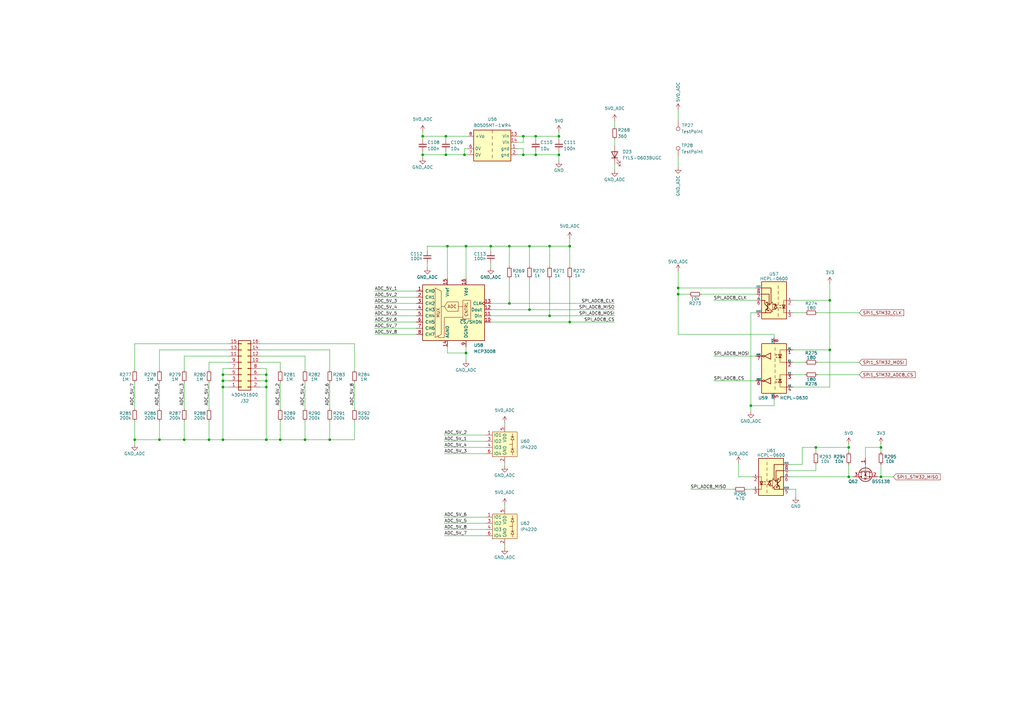
<source format=kicad_sch>
(kicad_sch (version 20231120) (generator "eeschema") (generator_version "8.0")
  (paper "A3")
  (lib_symbols
    (symbol "Analog_ADC:MCP3008" (pin_names (offset 1.016))
      (property "Reference" "U" (at -5.08 13.335 0))
      (property "Value" "MCP3008" (at -5.08 11.43 0))
      (symbol "MCP3008_0_0"
        (text "ADC" (at -0.635 1.27 0) (effects (font (size 1.27 1.27))))
        (text "CNTRL" (at 5.969 -2.921 900) (effects (font (size 1.27 1.27)) (justify left bottom)))
        (text "MUX" (at -6.35 -1.27 900) (effects (font (size 1.27 1.27))))
      )
      (symbol "MCP3008_1_1"
        (pin input line (at -15.24 7.62 0) (length 2.54) (name "CH0") (number "1"))
        (pin input line (at 15.24 -5.08 180) (length 2.54) (name "~{CS}/SHDN") (number "10"))
        (pin input line (at 15.24 -2.54 180) (length 2.54) (name "Din") (number "11"))
        (pin output line (at 15.24 0 180) (length 2.54) (name "Dout") (number "12"))
        (pin input clock (at 15.24 2.54 180) (length 2.54) (name "CLK") (number "13"))
        (pin power_in line (at -2.54 -15.24 90) (length 2.54) (name "AGND") (number "14"))
        (pin power_in line (at -2.54 12.7 270) (length 2.54) (name "Vref") (number "15"))
        (pin power_in line (at 5.08 12.7 270) (length 2.54) (name "Vdd") (number "16"))
        (pin input line (at -15.24 5.08 0) (length 2.54) (name "CH1") (number "2"))
        (pin input line (at -15.24 2.54 0) (length 2.54) (name "CH2") (number "3"))
        (pin input line (at -15.24 0 0) (length 2.54) (name "CH3") (number "4"))
        (pin input line (at -15.24 -2.54 0) (length 2.54) (name "CH4") (number "5"))
        (pin input line (at -15.24 -5.08 0) (length 2.54) (name "CH5") (number "6"))
        (pin input line (at -15.24 -7.62 0) (length 2.54) (name "CH6") (number "7"))
        (pin input line (at -15.24 -10.16 0) (length 2.54) (name "CH7") (number "8"))
        (pin power_in line (at 5.08 -15.24 90) (length 2.54) (name "DGND") (number "9"))
      )
    )
    (symbol "Connector:TestPoint" (pin_numbers hide) (pin_names (offset 0.762) hide)
      (property "Reference" "TP" (at 0 6.858 0))
      (property "Value" "TestPoint" (at 0 5.08 0))
      (symbol "TestPoint_1_1"
        (pin passive line (at 0 0 90) (length 2.54) (name "1") (number "1"))
      )
    )
    (symbol "Connector_Generic:Conn_02x08_Odd_Even" (pin_names (offset 1.016) hide)
      (property "Reference" "J" (at 1.27 10.16 0))
      (property "Value" "Conn_02x08_Odd_Even" (at 1.27 -12.7 0))
      (symbol "Conn_02x08_Odd_Even_1_1"
        (pin passive line (at -5.08 7.62 0) (length 3.81) (name "Pin_1") (number "1"))
        (pin passive line (at 7.62 -2.54 180) (length 3.81) (name "Pin_10") (number "10"))
        (pin passive line (at -5.08 -5.08 0) (length 3.81) (name "Pin_11") (number "11"))
        (pin passive line (at 7.62 -5.08 180) (length 3.81) (name "Pin_12") (number "12"))
        (pin passive line (at -5.08 -7.62 0) (length 3.81) (name "Pin_13") (number "13"))
        (pin passive line (at 7.62 -7.62 180) (length 3.81) (name "Pin_14") (number "14"))
        (pin passive line (at -5.08 -10.16 0) (length 3.81) (name "Pin_15") (number "15"))
        (pin passive line (at 7.62 -10.16 180) (length 3.81) (name "Pin_16") (number "16"))
        (pin passive line (at 7.62 7.62 180) (length 3.81) (name "Pin_2") (number "2"))
        (pin passive line (at -5.08 5.08 0) (length 3.81) (name "Pin_3") (number "3"))
        (pin passive line (at 7.62 5.08 180) (length 3.81) (name "Pin_4") (number "4"))
        (pin passive line (at -5.08 2.54 0) (length 3.81) (name "Pin_5") (number "5"))
        (pin passive line (at 7.62 2.54 180) (length 3.81) (name "Pin_6") (number "6"))
        (pin passive line (at -5.08 0 0) (length 3.81) (name "Pin_7") (number "7"))
        (pin passive line (at 7.62 0 180) (length 3.81) (name "Pin_8") (number "8"))
        (pin passive line (at -5.08 -2.54 0) (length 3.81) (name "Pin_9") (number "9"))
      )
    )
    (symbol "Device:C_Small" (pin_numbers hide) (pin_names (offset 0.254) hide)
      (property "Reference" "C" (at 0.254 1.778 0))
      (property "Value" "C_Small" (at 0.254 -2.032 0))
      (symbol "C_Small_1_1"
        (pin passive line (at 0 2.54 270) (length 2.032) (name "~") (number "1"))
        (pin passive line (at 0 -2.54 90) (length 2.032) (name "~") (number "2"))
      )
    )
    (symbol "Device:LED" (pin_numbers hide) (pin_names (offset 1.016) hide)
      (property "Reference" "D" (at 0 2.54 0))
      (property "Value" "LED" (at 0 -2.54 0))
      (symbol "LED_1_1"
        (pin passive line (at -3.81 0 0) (length 2.54) (name "K") (number "1"))
        (pin passive line (at 3.81 0 180) (length 2.54) (name "A") (number "2"))
      )
    )
    (symbol "Device:R_Small" (pin_numbers hide) (pin_names (offset 0.254) hide)
      (property "Reference" "R" (at 0.762 0.508 0))
      (property "Value" "R_Small" (at 0.762 -1.016 0))
      (symbol "R_Small_1_1"
        (pin passive line (at 0 2.54 270) (length 0.762) (name "~") (number "1"))
        (pin passive line (at 0 -2.54 90) (length 0.762) (name "~") (number "2"))
      )
    )
    (symbol "GND_1" (power) (pin_numbers hide) (pin_names (offset 0) hide)
      (property "Value" "GND" (at 0 -3.81 0))
      (symbol "GND_1_1_1"
        (pin power_in line (at 0 0 270) (length 0) (name "~") (number "1"))
      )
    )
    (symbol "ISO1050DUB_1"
      (property "Reference" "U4" (at 0 9.525 0))
      (property "Value" "ISO1050DUB" (at 0 6.985 0))
      (symbol "ISO1050DUB_1_1_1"
        (pin input line (at -10.16 -2.54 0) (length 2.54) (name "gnd") (number "1"))
        (pin power_in line (at -10.16 2.54 0) (length 2.54) (name "Vin") (number "13"))
        (pin output line (at -10.16 0 0) (length 2.54) (name "Vin") (number "14"))
        (pin power_in line (at -10.16 -5.08 0) (length 2.54) (name "gnd") (number "2"))
        (pin power_in line (at 10.16 -2.54 180) (length 2.54) (name "0V") (number "6"))
        (pin power_in line (at 10.16 -5.08 180) (length 2.54) (name "0V") (number "7"))
        (pin bidirectional line (at 10.16 2.54 180) (length 2.54) (name "+Vo") (number "8"))
      )
    )
    (symbol "Isolator:HCPL-0600" (pin_names (offset 0))
      (property "Reference" "U" (at -4.064 8.89 0))
      (property "Value" "HCPL-0600" (at 0.254 -9.144 0))
      (symbol "HCPL-0600_1_1"
        (pin no_connect line (at -5.08 5.08 0) (length 2.54) hide (name "NC") (number "1"))
        (pin passive line (at -7.62 0 0) (length 2.54) (name "A") (number "2"))
        (pin passive line (at -7.62 -5.08 0) (length 2.54) (name "C") (number "3"))
        (pin power_in line (at 7.62 -5.08 180) (length 2.54) (name "GND") (number "5"))
        (pin open_collector line (at 7.62 0 180) (length 2.54) (name "VO") (number "6"))
        (pin input line (at 7.62 2.54 180) (length 2.54) (name "EN") (number "7"))
        (pin power_in line (at 7.62 5.08 180) (length 2.54) (name "VCC") (number "8"))
      )
    )
    (symbol "Isolator:HCPL-0630" (pin_names (offset 0))
      (property "Reference" "U" (at -4.064 11.43 0))
      (property "Value" "HCPL-0630" (at 7.874 11.43 0))
      (symbol "HCPL-0630_1_1"
        (pin passive line (at -7.62 7.62 0) (length 2.54) (name "A1") (number "1"))
        (pin passive line (at -7.62 2.54 0) (length 2.54) (name "C1") (number "2"))
        (pin passive line (at -7.62 -2.54 0) (length 2.54) (name "C2") (number "3"))
        (pin passive line (at -7.62 -7.62 0) (length 2.54) (name "A2") (number "4"))
        (pin power_in line (at 0 -12.7 90) (length 2.54) (name "GND") (number "5"))
        (pin open_collector line (at 7.62 -5.08 180) (length 2.54) (name "VO2") (number "6"))
        (pin open_collector line (at 7.62 5.08 180) (length 2.54) (name "VO1") (number "7"))
        (pin power_in line (at 0 12.7 270) (length 2.54) (name "VCC") (number "8"))
      )
    )
    (symbol "Transistor_FET:BSS138" (pin_names hide)
      (property "Reference" "Q" (at 5.08 1.905 0))
      (property "Value" "BSS138" (at 5.08 0 0))
      (symbol "BSS138_1_1"
        (pin input line (at -5.08 0 0) (length 2.54) (name "G") (number "1"))
        (pin passive line (at 2.54 -5.08 90) (length 2.54) (name "S") (number "2"))
        (pin passive line (at 2.54 5.08 270) (length 2.54) (name "D") (number "3"))
      )
    )
    (symbol "power:+5V" (power) (pin_numbers hide) (pin_names (offset 0) hide)
      (property "Value" "+5V" (at 0 3.556 0))
      (symbol "+5V_1_1"
        (pin power_in line (at 0 0 90) (length 0) (name "~") (number "1"))
      )
    )
    (symbol "power:GND" (power) (pin_names (offset 0))
      (property "Value" "GND" (at 0 -3.81 0))
      (symbol "GND_1_1"
        (pin power_in line (at 0 0 270) (length 0) hide (name "GND") (number "1"))
      )
    )
    (symbol "user_lib:IP4220"
      (property "Reference" "U" (at 4.572 -7.366 0))
      (property "Value" "IP4220" (at 4.572 -7.366 0))
      (symbol "IP4220_1_1"
        (pin input line (at -7.62 3.81 0) (length 2.54) (name "IO1") (number "1"))
        (pin input line (at 0 -7.62 90) (length 2.54) (name "GND") (number "2"))
        (pin input line (at -7.62 1.27 0) (length 2.54) (name "IO2") (number "3"))
        (pin input line (at -7.62 -1.27 0) (length 2.54) (name "IO3") (number "4"))
        (pin input line (at 0 7.62 270) (length 2.54) (name "VDD") (number "5"))
        (pin input line (at -7.62 -3.81 0) (length 2.54) (name "IO4") (number "6"))
      )
    )
  )
  (junction (at 340.36 143.51))
  (junction (at 214.63 55.88))
  (junction (at 208.915 124.46))
  (junction (at 135.255 180.34))
  (junction (at 91.44 156.21))
  (junction (at 109.22 158.75))
  (junction (at 173.355 55.88))
  (junction (at 225.425 129.54))
  (junction (at 361.315 183.515))
  (junction (at 183.515 100.965))
  (junction (at 182.88 63.5))
  (junction (at 91.44 153.67))
  (junction (at 91.44 180.34))
  (junction (at 190.5 63.5))
  (junction (at 65.405 180.34))
  (junction (at 334.645 183.515))
  (junction (at 55.245 180.34))
  (junction (at 125.095 180.34))
  (junction (at 173.355 63.5))
  (junction (at 109.22 153.67))
  (junction (at 109.22 180.34))
  (junction (at 182.88 55.88))
  (junction (at 214.63 63.5))
  (junction (at 91.44 158.75))
  (junction (at 229.235 63.5))
  (junction (at 191.135 144.78))
  (junction (at 225.425 100.965))
  (junction (at 278.13 118.11))
  (junction (at 278.13 120.65))
  (junction (at 208.915 100.965))
  (junction (at 217.17 100.965))
  (junction (at 229.235 55.88))
  (junction (at 191.135 100.965))
  (junction (at 233.68 132.08))
  (junction (at 109.22 156.21))
  (junction (at 75.565 180.34))
  (junction (at 219.71 55.88))
  (junction (at 85.725 180.34))
  (junction (at 307.975 166.37))
  (junction (at 201.295 100.965))
  (junction (at 219.71 63.5))
  (junction (at 348.107 183.515))
  (junction (at 233.68 100.965))
  (junction (at 114.935 180.34))
  (junction (at 217.17 127))
  (junction (at 361.315 195.58))
  (junction (at 340.36 123.19))
  (junction (at 348.107 195.58))
  (wire (pts (xy 207.01 207.01) (xy 207.01 208.28)))
  (wire (pts (xy 329.057 183.515) (xy 329.057 190.5)))
  (wire (pts (xy 175.26 109.855) (xy 175.26 107.95)))
  (wire (pts (xy 170.815 132.08) (xy 153.67 132.08)))
  (wire (pts (xy 183.515 100.965) (xy 191.135 100.965)))
  (wire (pts (xy 55.245 172.72) (xy 55.245 180.34)))
  (wire (pts (xy 125.095 180.34) (xy 135.255 180.34)))
  (wire (pts (xy 145.415 151.765) (xy 145.415 140.97)))
  (wire (pts (xy 348.107 183.515) (xy 334.645 183.515)))
  (wire (pts (xy 170.815 119.38) (xy 153.67 119.38)))
  (wire (pts (xy 201.295 100.965) (xy 208.915 100.965)))
  (wire (pts (xy 135.255 151.765) (xy 135.255 143.51)))
  (wire (pts (xy 325.12 153.67) (xy 330.2 153.67)))
  (wire (pts (xy 183.515 144.78) (xy 191.135 144.78)))
  (wire (pts (xy 199.39 183.515) (xy 182.245 183.515)))
  (wire (pts (xy 207.01 173.355) (xy 207.01 174.625)))
  (wire (pts (xy 233.68 97.79) (xy 233.68 100.965)))
  (wire (pts (xy 219.71 62.23) (xy 219.71 63.5)))
  (wire (pts (xy 170.815 134.62) (xy 153.67 134.62)))
  (wire (pts (xy 199.39 180.975) (xy 182.245 180.975)))
  (wire (pts (xy 114.935 172.72) (xy 114.935 180.34)))
  (wire (pts (xy 252.095 57.15) (xy 252.095 59.69)))
  (wire (pts (xy 199.39 186.055) (xy 182.245 186.055)))
  (wire (pts (xy 329.057 190.5) (xy 323.85 190.5)))
  (wire (pts (xy 340.36 158.75) (xy 340.36 143.51)))
  (wire (pts (xy 109.22 158.75) (xy 109.22 180.34)))
  (wire (pts (xy 233.68 132.08) (xy 252.095 132.08)))
  (wire (pts (xy 225.425 114.3) (xy 225.425 129.54)))
  (wire (pts (xy 278.13 64.135) (xy 278.13 68.58)))
  (wire (pts (xy 114.935 180.34) (xy 125.095 180.34)))
  (wire (pts (xy 91.44 180.34) (xy 109.22 180.34)))
  (wire (pts (xy 170.815 121.92) (xy 153.67 121.92)))
  (wire (pts (xy 214.63 60.96) (xy 214.63 63.5)))
  (wire (pts (xy 229.235 63.5) (xy 229.235 66.04)))
  (wire (pts (xy 199.39 219.71) (xy 182.245 219.71)))
  (wire (pts (xy 229.235 55.88) (xy 229.235 57.15)))
  (wire (pts (xy 106.68 158.75) (xy 109.22 158.75)))
  (wire (pts (xy 354.965 187.96) (xy 354.965 183.515)))
  (wire (pts (xy 225.425 100.965) (xy 225.425 109.22)))
  (wire (pts (xy 208.915 114.3) (xy 208.915 124.46)))
  (wire (pts (xy 225.425 129.54) (xy 252.095 129.54)))
  (wire (pts (xy 302.895 195.58) (xy 308.61 195.58)))
  (wire (pts (xy 348.107 195.58) (xy 349.885 195.58)))
  (wire (pts (xy 106.68 151.13) (xy 109.22 151.13)))
  (wire (pts (xy 173.355 62.23) (xy 173.355 63.5)))
  (wire (pts (xy 219.71 55.88) (xy 219.71 57.15)))
  (wire (pts (xy 306.07 200.66) (xy 308.61 200.66)))
  (wire (pts (xy 75.565 180.34) (xy 85.725 180.34)))
  (wire (pts (xy 85.725 148.59) (xy 93.98 148.59)))
  (wire (pts (xy 214.63 55.88) (xy 219.71 55.88)))
  (wire (pts (xy 325.12 143.51) (xy 340.36 143.51)))
  (wire (pts (xy 199.39 214.63) (xy 182.245 214.63)))
  (wire (pts (xy 114.935 151.765) (xy 114.935 148.59)))
  (wire (pts (xy 292.735 146.05) (xy 309.88 146.05)))
  (wire (pts (xy 65.405 151.765) (xy 65.405 143.51)))
  (wire (pts (xy 106.68 153.67) (xy 109.22 153.67)))
  (wire (pts (xy 212.09 58.42) (xy 214.63 58.42)))
  (wire (pts (xy 283.21 200.66) (xy 300.99 200.66)))
  (wire (pts (xy 93.98 140.97) (xy 55.245 140.97)))
  (wire (pts (xy 340.36 116.205) (xy 340.36 123.19)))
  (wire (pts (xy 217.17 127) (xy 252.095 127)))
  (wire (pts (xy 91.44 156.21) (xy 91.44 158.75)))
  (wire (pts (xy 173.355 63.5) (xy 173.355 64.77)))
  (wire (pts (xy 65.405 180.34) (xy 75.565 180.34)))
  (wire (pts (xy 106.68 143.51) (xy 135.255 143.51)))
  (wire (pts (xy 191.135 144.78) (xy 191.135 142.24)))
  (wire (pts (xy 278.13 120.65) (xy 282.575 120.65)))
  (wire (pts (xy 229.235 62.23) (xy 229.235 63.5)))
  (wire (pts (xy 145.415 156.845) (xy 145.415 167.64)))
  (wire (pts (xy 348.107 183.515) (xy 348.107 185.42)))
  (wire (pts (xy 207.01 189.865) (xy 207.01 191.135)))
  (wire (pts (xy 201.295 107.95) (xy 201.295 109.855)))
  (wire (pts (xy 182.88 63.5) (xy 190.5 63.5)))
  (wire (pts (xy 334.645 190.5) (xy 334.645 193.04)))
  (wire (pts (xy 65.405 172.72) (xy 65.405 180.34)))
  (wire (pts (xy 55.245 156.845) (xy 55.245 167.64)))
  (wire (pts (xy 334.645 193.04) (xy 323.85 193.04)))
  (wire (pts (xy 125.095 151.765) (xy 125.095 146.05)))
  (wire (pts (xy 361.315 195.58) (xy 366.395 195.58)))
  (wire (pts (xy 217.17 114.3) (xy 217.17 127)))
  (wire (pts (xy 361.315 195.58) (xy 361.315 190.5)))
  (wire (pts (xy 135.255 180.34) (xy 135.255 172.72)))
  (wire (pts (xy 173.355 63.5) (xy 182.88 63.5)))
  (wire (pts (xy 233.68 100.965) (xy 233.68 109.22)))
  (wire (pts (xy 91.44 158.75) (xy 91.44 180.34)))
  (wire (pts (xy 302.895 189.865) (xy 302.895 195.58)))
  (wire (pts (xy 182.88 55.88) (xy 182.88 57.15)))
  (wire (pts (xy 93.98 146.05) (xy 75.565 146.05)))
  (wire (pts (xy 85.725 180.34) (xy 91.44 180.34)))
  (wire (pts (xy 317.5 166.37) (xy 317.5 163.83)))
  (wire (pts (xy 85.725 156.845) (xy 85.725 167.64)))
  (wire (pts (xy 114.935 148.59) (xy 106.68 148.59)))
  (wire (pts (xy 191.135 100.965) (xy 191.135 114.3)))
  (wire (pts (xy 278.13 118.11) (xy 278.13 120.65)))
  (wire (pts (xy 212.09 55.88) (xy 214.63 55.88)))
  (wire (pts (xy 201.295 100.965) (xy 201.295 102.87)))
  (wire (pts (xy 93.98 158.75) (xy 91.44 158.75)))
  (wire (pts (xy 360.045 195.58) (xy 361.315 195.58)))
  (wire (pts (xy 201.295 127) (xy 217.17 127)))
  (wire (pts (xy 109.22 180.34) (xy 114.935 180.34)))
  (wire (pts (xy 93.98 151.13) (xy 91.44 151.13)))
  (wire (pts (xy 334.645 185.42) (xy 334.645 183.515)))
  (wire (pts (xy 125.095 180.34) (xy 125.095 172.72)))
  (wire (pts (xy 55.245 151.765) (xy 55.245 140.97)))
  (wire (pts (xy 214.63 58.42) (xy 214.63 55.88)))
  (wire (pts (xy 93.98 153.67) (xy 91.44 153.67)))
  (wire (pts (xy 182.88 62.23) (xy 182.88 63.5)))
  (wire (pts (xy 173.355 53.975) (xy 173.355 55.88)))
  (wire (pts (xy 55.245 182.245) (xy 55.245 180.34)))
  (wire (pts (xy 307.975 166.37) (xy 307.975 168.91)))
  (wire (pts (xy 212.09 63.5) (xy 214.63 63.5)))
  (wire (pts (xy 201.295 124.46) (xy 208.915 124.46)))
  (wire (pts (xy 335.28 153.67) (xy 352.425 153.67)))
  (wire (pts (xy 91.44 151.13) (xy 91.44 153.67)))
  (wire (pts (xy 201.295 100.965) (xy 191.135 100.965)))
  (wire (pts (xy 212.09 60.96) (xy 214.63 60.96)))
  (wire (pts (xy 354.965 183.515) (xy 361.315 183.515)))
  (wire (pts (xy 190.5 60.96) (xy 191.77 60.96)))
  (wire (pts (xy 114.935 156.845) (xy 114.935 167.64)))
  (wire (pts (xy 325.12 158.75) (xy 340.36 158.75)))
  (wire (pts (xy 292.735 156.21) (xy 309.88 156.21)))
  (wire (pts (xy 190.5 60.96) (xy 190.5 63.5)))
  (wire (pts (xy 201.295 132.08) (xy 233.68 132.08)))
  (wire (pts (xy 278.13 111.125) (xy 278.13 118.11)))
  (wire (pts (xy 214.63 63.5) (xy 219.71 63.5)))
  (wire (pts (xy 85.725 180.34) (xy 85.725 172.72)))
  (wire (pts (xy 292.735 123.19) (xy 309.88 123.19)))
  (wire (pts (xy 287.655 120.65) (xy 309.88 120.65)))
  (wire (pts (xy 361.315 183.515) (xy 361.315 185.42)))
  (wire (pts (xy 135.255 180.34) (xy 145.415 180.34)))
  (wire (pts (xy 208.915 100.965) (xy 217.17 100.965)))
  (wire (pts (xy 278.13 118.11) (xy 309.88 118.11)))
  (wire (pts (xy 217.17 100.965) (xy 217.17 109.22)))
  (wire (pts (xy 125.095 156.845) (xy 125.095 167.64)))
  (wire (pts (xy 340.36 123.19) (xy 340.36 143.51)))
  (wire (pts (xy 191.135 144.78) (xy 191.135 147.955)))
  (wire (pts (xy 325.12 123.19) (xy 340.36 123.19)))
  (wire (pts (xy 109.22 153.67) (xy 109.22 156.21)))
  (wire (pts (xy 325.12 128.27) (xy 330.2 128.27)))
  (wire (pts (xy 348.107 182.118) (xy 348.107 183.515)))
  (wire (pts (xy 175.26 100.965) (xy 183.515 100.965)))
  (wire (pts (xy 173.355 55.88) (xy 182.88 55.88)))
  (wire (pts (xy 65.405 156.845) (xy 65.405 167.64)))
  (wire (pts (xy 278.13 120.65) (xy 278.13 137.16)))
  (wire (pts (xy 55.245 180.34) (xy 65.405 180.34)))
  (wire (pts (xy 307.975 128.27) (xy 307.975 166.37)))
  (wire (pts (xy 323.85 200.66) (xy 326.39 200.66)))
  (wire (pts (xy 199.39 212.09) (xy 182.245 212.09)))
  (wire (pts (xy 307.975 166.37) (xy 317.5 166.37)))
  (wire (pts (xy 348.107 195.58) (xy 348.107 190.5)))
  (wire (pts (xy 106.68 146.05) (xy 125.095 146.05)))
  (wire (pts (xy 106.68 140.97) (xy 145.415 140.97)))
  (wire (pts (xy 135.255 156.845) (xy 135.255 167.64)))
  (wire (pts (xy 208.915 124.46) (xy 252.095 124.46)))
  (wire (pts (xy 199.39 178.435) (xy 182.245 178.435)))
  (wire (pts (xy 109.22 156.21) (xy 109.22 158.75)))
  (wire (pts (xy 225.425 100.965) (xy 233.68 100.965)))
  (wire (pts (xy 75.565 172.72) (xy 75.565 180.34)))
  (wire (pts (xy 145.415 180.34) (xy 145.415 172.72)))
  (wire (pts (xy 93.98 156.21) (xy 91.44 156.21)))
  (wire (pts (xy 182.88 55.88) (xy 191.77 55.88)))
  (wire (pts (xy 170.815 127) (xy 153.67 127)))
  (wire (pts (xy 183.515 100.965) (xy 183.515 114.3)))
  (wire (pts (xy 229.235 53.975) (xy 229.235 55.88)))
  (wire (pts (xy 326.39 200.66) (xy 326.39 203.835)))
  (wire (pts (xy 75.565 156.845) (xy 75.565 167.64)))
  (wire (pts (xy 278.13 49.53) (xy 278.13 45.085)))
  (wire (pts (xy 219.71 63.5) (xy 229.235 63.5)))
  (wire (pts (xy 170.815 124.46) (xy 153.67 124.46)))
  (wire (pts (xy 217.17 100.965) (xy 225.425 100.965)))
  (wire (pts (xy 335.28 128.27) (xy 352.425 128.27)))
  (wire (pts (xy 329.057 183.515) (xy 334.645 183.515)))
  (wire (pts (xy 252.095 49.53) (xy 252.095 52.07)))
  (wire (pts (xy 323.85 195.58) (xy 348.107 195.58)))
  (wire (pts (xy 252.095 67.31) (xy 252.095 69.85)))
  (wire (pts (xy 170.815 129.54) (xy 153.67 129.54)))
  (wire (pts (xy 317.5 137.16) (xy 317.5 138.43)))
  (wire (pts (xy 325.12 148.59) (xy 330.2 148.59)))
  (wire (pts (xy 91.44 153.67) (xy 91.44 156.21)))
  (wire (pts (xy 93.98 143.51) (xy 65.405 143.51)))
  (wire (pts (xy 309.88 128.27) (xy 307.975 128.27)))
  (wire (pts (xy 85.725 151.765) (xy 85.725 148.59)))
  (wire (pts (xy 109.22 151.13) (xy 109.22 153.67)))
  (wire (pts (xy 170.815 137.16) (xy 153.67 137.16)))
  (wire (pts (xy 233.68 114.3) (xy 233.68 132.08)))
  (wire (pts (xy 219.71 55.88) (xy 229.235 55.88)))
  (wire (pts (xy 361.315 182.118) (xy 361.315 183.515)))
  (wire (pts (xy 201.295 129.54) (xy 225.425 129.54)))
  (wire (pts (xy 175.26 102.87) (xy 175.26 100.965)))
  (wire (pts (xy 335.28 148.59) (xy 352.425 148.59)))
  (wire (pts (xy 199.39 217.17) (xy 182.245 217.17)))
  (wire (pts (xy 106.68 156.21) (xy 109.22 156.21)))
  (wire (pts (xy 190.5 63.5) (xy 191.77 63.5)))
  (wire (pts (xy 75.565 151.765) (xy 75.565 146.05)))
  (wire (pts (xy 208.915 100.965) (xy 208.915 109.22)))
  (wire (pts (xy 278.13 137.16) (xy 317.5 137.16)))
  (wire (pts (xy 183.515 142.24) (xy 183.515 144.78)))
  (wire (pts (xy 207.01 223.52) (xy 207.01 224.79)))
  (wire (pts (xy 173.355 55.88) (xy 173.355 57.15)))
  (label "ADC_5V_3" (at 153.67 124.46 0))
  (label "ADC_5V_2" (at 114.935 166.37 90))
  (label "ADC_5V_8" (at 153.67 137.16 0))
  (label "ADC_5V_7" (at 182.245 219.71 0))
  (label "ADC_5V_1" (at 182.245 180.975 0))
  (label "SPI_ADC8_MISO" (at 283.21 200.66 0))
  (label "ADC_5V_8" (at 182.245 217.17 0))
  (label "SPI_ADC8_MOSI" (at 292.735 146.05 0))
  (label "ADC_5V_7" (at 153.67 134.62 0))
  (label "ADC_5V_5" (at 65.405 166.37 90))
  (label "SPI_ADC8_CS" (at 252.095 132.08 180))
  (label "ADC_5V_6" (at 182.245 212.09 0))
  (label "ADC_5V_3" (at 75.565 166.37 90))
  (label "SPI_ADC8_MOSI" (at 252.095 129.54 180))
  (label "ADC_5V_1" (at 85.725 166.37 90))
  (label "ADC_5V_8" (at 145.415 166.37 90))
  (label "ADC_5V_4" (at 182.245 183.515 0))
  (label "ADC_5V_7" (at 55.245 166.37 90))
  (label "ADC_5V_5" (at 153.67 129.54 0))
  (label "ADC_5V_2" (at 153.67 121.92 0))
  (label "SPI_ADC8_CLK" (at 292.735 123.19 0))
  (label "ADC_5V_5" (at 182.245 214.63 0))
  (label "ADC_5V_4" (at 125.095 166.37 90))
  (label "ADC_5V_4" (at 153.67 127 0))
  (label "ADC_5V_1" (at 153.67 119.38 0))
  (label "ADC_5V_3" (at 182.245 186.055 0))
  (label "SPI_ADC8_MISO" (at 252.095 127 180))
  (label "SPI_ADC8_CLK" (at 252.095 124.46 180))
  (label "ADC_5V_6" (at 135.255 166.37 90))
  (label "ADC_5V_6" (at 153.67 132.08 0))
  (label "ADC_5V_2" (at 182.245 178.435 0))
  (label "SPI_ADC8_CS" (at 292.735 156.21 0))
  (global_label "SPI1_STM32_CLK" (shape input) (at 352.425 128.27 0) (property "Intersheetrefs" "${INTERSHEET_REFS}" (at 371.2548 128.27 0) (effects (justify left))))
  (global_label "SPI1_STM32_MOSI" (shape input) (at 352.425 148.59 0) (property "Intersheetrefs" "${INTERSHEET_REFS}" (at 372.2829 148.59 0) (effects (justify left))))
  (global_label "SPI1_STM32_MISO" (shape input) (at 366.395 195.58 0) (property "Intersheetrefs" "${INTERSHEET_REFS}" (at 386.2529 195.58 0) (effects (justify left))))
  (global_label "SPI1_STM32_ADC8_CS" (shape input) (at 352.425 153.67 0) (property "Intersheetrefs" "${INTERSHEET_REFS}" (at 375.9719 153.67 0) (effects (justify left))))
  (symbol (lib_id "user_lib:IP4220") (at 207.01 215.9 0) (unit 1)
    (property "Reference" "U62" (at 213.36 214.6299 0) (effects (justify left)))
    (property "Value" "IP4220" (at 213.36 217.1699 0) (effects (justify left)))
    (property "Footprint" "Package_TO_SOT_SMD:SOT-23-6" (effects (hide yes)))
    (property "Мин. кол-во" "1" (effects (hide yes)))
    (property "Ссылка" "https://www.chipdip.ru/product/ip4220cz6" (effects (hide yes)))
    (property "Цена" "11" (effects (hide yes)))
    (property "Человекопонятное название" "Защитная ИС" (effects (hide yes)))
  )
  (symbol (lib_id "power:+5V") (at 340.36 116.205 0) (unit 1)
    (property "Reference" "#PWR0243" (effects (hide yes)))
    (property "Value" "3V3" (at 340.36 111.76 0))
    (property "Description" "Power symbol creates a global label with name \"+5V\"" (effects (hide yes)))
  )
  (symbol (lib_id "Device:R_Small") (at 361.315 187.96 0) (unit 1)
    (property "Reference" "R295" (at 362.585 187.325 0) (effects (justify left)))
    (property "Value" "10k" (at 363.22 189.23 0) (effects (justify left)))
    (property "Footprint" "Resistor_SMD:R_0603_1608Metric" (effects (hide yes)))
    (property "Ссылка" "https://www.promelec.ru/product/344748/" (effects (hide yes)))
    (property "Цена" "1" (effects (hide yes)))
    (property "Человекопонятное название" "Толстопленочный ЧИП-резистор 0603 10кОм" (effects (hide yes)))
    (property "Мин. кол-во" "1000" (effects (hide yes)))
  )
  (symbol (lib_id "Device:C_Small") (at 182.88 59.69 0) (unit 1)
    (property "Reference" "C109" (at 184.785 58.42 0) (effects (justify left)))
    (property "Value" "10u" (at 184.785 60.96 0) (effects (justify left)))
    (property "Footprint" "Capacitor_SMD:C_0603_1608Metric" (effects (hide yes)))
    (property "Ссылка" "https://www.promelec.ru/product/430347/" (effects (hide yes)))
    (property "Цена" "4" (effects (hide yes)))
    (property "Человекопонятное название" "Керамический ЧИП-конденсатор 0603 X5R 10мкФ" (effects (hide yes)))
    (property "Мин. кол-во" "200" (effects (hide yes)))
  )
  (symbol (lib_id "power:+5V") (at 173.355 53.975 0) (unit 1)
    (property "Reference" "#PWR0233" (effects (hide yes)))
    (property "Value" "5V0_ADC" (at 173.355 48.895 0))
    (property "Description" "Power symbol creates a global label with name \"+5V\"" (effects (hide yes)))
  )
  (symbol (lib_id "Device:R_Small") (at 332.74 128.27 90) (unit 1)
    (property "Reference" "R274" (at 332.74 124.46 90))
    (property "Value" "180" (at 332.74 126.365 90))
    (property "Footprint" "Resistor_SMD:R_0603_1608Metric" (effects (hide yes)))
    (property "Description" "Resistor, small symbol" (effects (hide yes)))
    (property "Мин. кол-во" "100" (effects (hide yes)))
    (property "Ссылка" "https://www.promelec.ru/product/108141/" (effects (hide yes)))
    (property "Цена" "1" (effects (hide yes)))
    (property "Человекопонятное название" "Толстопленочный ЧИП-резистор 0603 180Ом" (effects (hide yes)))
  )
  (symbol (lib_id "Device:R_Small") (at 225.425 111.76 180) (unit 1)
    (property "Reference" "R271" (at 229.235 111.125 0))
    (property "Value" "1k" (at 228.6 113.03 0))
    (property "Footprint" "Resistor_SMD:R_0603_1608Metric" (effects (hide yes)))
    (property "Description" "Resistor, small symbol" (effects (hide yes)))
    (property "Мин. кол-во" "100" (effects (hide yes)))
    (property "Ссылка" "https://www.promelec.ru/product/22771/" (effects (hide yes)))
    (property "Цена" "1" (effects (hide yes)))
    (property "Человекопонятное название" "Толстопленочный ЧИП-резистор 0603 1кОм" (effects (hide yes)))
  )
  (symbol (lib_id "power:+5V") (at 302.895 189.865 0) (unit 1)
    (property "Reference" "#PWR0250" (effects (hide yes)))
    (property "Value" "5V0_ADC" (at 302.895 186.055 0))
    (property "Description" "Power symbol creates a global label with name \"+5V\"" (effects (hide yes)))
  )
  (symbol (lib_id "Device:R_Small") (at 217.17 111.76 180) (unit 1)
    (property "Reference" "R270" (at 220.98 111.125 0))
    (property "Value" "1k" (at 220.345 113.03 0))
    (property "Footprint" "Resistor_SMD:R_0603_1608Metric" (effects (hide yes)))
    (property "Description" "Resistor, small symbol" (effects (hide yes)))
    (property "Мин. кол-во" "100" (effects (hide yes)))
    (property "Ссылка" "https://www.promelec.ru/product/22771/" (effects (hide yes)))
    (property "Цена" "1" (effects (hide yes)))
    (property "Человекопонятное название" "Толстопленочный ЧИП-резистор 0603 1кОм" (effects (hide yes)))
  )
  (symbol (lib_id "Device:R_Small") (at 348.107 187.96 0) (unit 1)
    (property "Reference" "R294" (at 341.757 187.325 0) (effects (justify left)))
    (property "Value" "10k" (at 342.392 189.23 0) (effects (justify left)))
    (property "Footprint" "Resistor_SMD:R_0603_1608Metric" (effects (hide yes)))
    (property "Ссылка" "https://www.promelec.ru/product/344748/" (effects (hide yes)))
    (property "Цена" "1" (effects (hide yes)))
    (property "Человекопонятное название" "Толстопленочный ЧИП-резистор 0603 10кОм" (effects (hide yes)))
    (property "Мин. кол-во" "1000" (effects (hide yes)))
  )
  (symbol (lib_id "Device:R_Small") (at 55.245 170.18 0) (unit 1)
    (property "Reference" "R285" (at 51.435 169.545 0))
    (property "Value" "200k" (at 51.435 171.45 0))
    (property "Footprint" "Resistor_SMD:R_0603_1608Metric" (effects (hide yes)))
    (property "Description" "Resistor, small symbol" (effects (hide yes)))
    (property "Мин. кол-во" "100" (effects (hide yes)))
    (property "Ссылка" "https://www.promelec.ru/product/57740/" (effects (hide yes)))
    (property "Цена" "1" (effects (hide yes)))
    (property "Человекопонятное название" "Толстопленочный ЧИП-резистор 0603 200кОм" (effects (hide yes)))
  )
  (symbol (lib_id "Device:R_Small") (at 334.645 187.96 0) (unit 1)
    (property "Reference" "R293" (at 338.455 187.325 0))
    (property "Value" "10k" (at 338.455 189.23 0))
    (property "Footprint" "Resistor_SMD:R_0603_1608Metric" (effects (hide yes)))
    (property "Description" "Resistor, small symbol" (effects (hide yes)))
    (property "Мин. кол-во" "1000" (effects (hide yes)))
    (property "Ссылка" "https://www.promelec.ru/product/344748/" (effects (hide yes)))
    (property "Цена" "1" (effects (hide yes)))
    (property "Человекопонятное название" "Толстопленочный ЧИП-резистор 0603 10кОм" (effects (hide yes)))
  )
  (symbol (lib_id "Device:R_Small") (at 85.725 154.305 0) (mirror y) (unit 1)
    (property "Reference" "R280" (at 81.915 153.67 0))
    (property "Value" "1M" (at 81.915 155.575 0))
    (property "Footprint" "Resistor_SMD:R_0603_1608Metric" (effects (hide yes)))
    (property "Description" "Resistor, small symbol" (effects (hide yes)))
    (property "Мин. кол-во" "100" (effects (hide yes)))
    (property "Ссылка" "https://www.promelec.ru/product/22010/" (effects (hide yes)))
    (property "Цена" "1" (effects (hide yes)))
    (property "Человекопонятное название" "Толстопленочный ЧИП-резистор 0603 1МОм" (effects (hide yes)))
  )
  (symbol (lib_id "Device:R_Small") (at 55.245 154.305 0) (mirror y) (unit 1)
    (property "Reference" "R277" (at 51.435 153.67 0))
    (property "Value" "1M" (at 51.435 155.575 0))
    (property "Footprint" "Resistor_SMD:R_0603_1608Metric" (effects (hide yes)))
    (property "Description" "Resistor, small symbol" (effects (hide yes)))
    (property "Мин. кол-во" "100" (effects (hide yes)))
    (property "Ссылка" "https://www.promelec.ru/product/22010/" (effects (hide yes)))
    (property "Цена" "1" (effects (hide yes)))
    (property "Человекопонятное название" "Толстопленочный ЧИП-резистор 0603 1МОм" (effects (hide yes)))
  )
  (symbol (lib_id "user_lib:IP4220") (at 207.01 182.245 0) (unit 1)
    (property "Reference" "U60" (at 213.36 180.9749 0) (effects (justify left)))
    (property "Value" "IP4220" (at 213.36 183.5149 0) (effects (justify left)))
    (property "Footprint" "Package_TO_SOT_SMD:SOT-23-6" (effects (hide yes)))
    (property "Мин. кол-во" "1" (effects (hide yes)))
    (property "Ссылка" "https://www.chipdip.ru/product/ip4220cz6" (effects (hide yes)))
    (property "Цена" "11" (effects (hide yes)))
    (property "Человекопонятное название" "Защитная ИС" (effects (hide yes)))
  )
  (symbol (lib_id "Device:R_Small") (at 303.53 200.66 270) (unit 1)
    (property "Reference" "R296" (at 300.99 202.565 90) (effects (justify left)))
    (property "Value" "470" (at 301.625 204.47 90) (effects (justify left)))
    (property "Footprint" "Resistor_SMD:R_0603_1608Metric" (effects (hide yes)))
    (property "Description" "Resistor, small symbol" (effects (hide yes)))
    (property "Мин. кол-во" "100" (effects (hide yes)))
    (property "Ссылка" "https://www.promelec.ru/product/109567/" (effects (hide yes)))
    (property "Цена" "1" (effects (hide yes)))
    (property "Человекопонятное название" "Толстопленочный ЧИП-резистор 0603 470Ом" (effects (hide yes)))
  )
  (symbol (lib_id "Device:C_Small") (at 219.71 59.69 0) (unit 1)
    (property "Reference" "C110" (at 221.615 58.42 0) (effects (justify left)))
    (property "Value" "10u" (at 221.615 60.96 0) (effects (justify left)))
    (property "Footprint" "Capacitor_SMD:C_0603_1608Metric" (effects (hide yes)))
    (property "Ссылка" "https://www.promelec.ru/product/430347/" (effects (hide yes)))
    (property "Цена" "4" (effects (hide yes)))
    (property "Человекопонятное название" "Керамический ЧИП-конденсатор 0603 X5R 10мкФ" (effects (hide yes)))
    (property "Мин. кол-во" "200" (effects (hide yes)))
  )
  (symbol (lib_id "Device:R_Small") (at 135.255 154.305 0) (unit 1)
    (property "Reference" "R283" (at 139.065 153.67 0))
    (property "Value" "1M" (at 139.065 155.575 0))
    (property "Footprint" "Resistor_SMD:R_0603_1608Metric" (effects (hide yes)))
    (property "Description" "Resistor, small symbol" (effects (hide yes)))
    (property "Мин. кол-во" "100" (effects (hide yes)))
    (property "Ссылка" "https://www.promelec.ru/product/22010/" (effects (hide yes)))
    (property "Цена" "1" (effects (hide yes)))
    (property "Человекопонятное название" "Толстопленочный ЧИП-резистор 0603 1МОм" (effects (hide yes)))
  )
  (symbol (lib_id "Device:C_Small") (at 173.355 59.69 0) (unit 1)
    (property "Reference" "C108" (at 175.26 58.42 0) (effects (justify left)))
    (property "Value" "100n" (at 175.26 60.96 0) (effects (justify left)))
    (property "Footprint" "Capacitor_SMD:C_0603_1608Metric" (effects (hide yes)))
    (property "Ссылка" "https://www.promelec.ru/product/323633/" (effects (hide yes)))
    (property "Цена" "2" (effects (hide yes)))
    (property "Человекопонятное название" "Керамический ЧИП-конденсатор 0603 X7R 0.1мкФ" (effects (hide yes)))
    (property "Мин. кол-во" "300" (effects (hide yes)))
  )
  (symbol (lib_id "Device:R_Small") (at 125.095 170.18 0) (mirror y) (unit 1)
    (property "Reference" "R290" (at 128.905 169.545 0))
    (property "Value" "200k" (at 128.905 171.45 0))
    (property "Footprint" "Resistor_SMD:R_0603_1608Metric" (effects (hide yes)))
    (property "Description" "Resistor, small symbol" (effects (hide yes)))
    (property "Мин. кол-во" "100" (effects (hide yes)))
    (property "Ссылка" "https://www.promelec.ru/product/57740/" (effects (hide yes)))
    (property "Цена" "1" (effects (hide yes)))
    (property "Человекопонятное название" "Толстопленочный ЧИП-резистор 0603 200кОм" (effects (hide yes)))
  )
  (symbol (lib_id "Device:R_Small") (at 332.74 148.59 90) (unit 1)
    (property "Reference" "R275" (at 332.74 144.78 90))
    (property "Value" "180" (at 332.74 146.685 90))
    (property "Footprint" "Resistor_SMD:R_0603_1608Metric" (effects (hide yes)))
    (property "Description" "Resistor, small symbol" (effects (hide yes)))
    (property "Мин. кол-во" "100" (effects (hide yes)))
    (property "Ссылка" "https://www.promelec.ru/product/108141/" (effects (hide yes)))
    (property "Цена" "1" (effects (hide yes)))
    (property "Человекопонятное название" "Толстопленочный ЧИП-резистор 0603 180Ом" (effects (hide yes)))
  )
  (symbol (lib_id "power:+5V") (at 233.68 97.79 0) (unit 1)
    (property "Reference" "#PWR0239" (effects (hide yes)))
    (property "Value" "5V0_ADC" (at 233.68 92.71 0))
    (property "Description" "Power symbol creates a global label with name \"+5V\"" (effects (hide yes)))
  )
  (symbol (lib_id "Device:C_Small") (at 201.295 105.41 180) (unit 1)
    (property "Reference" "C113" (at 196.85 104.14 0))
    (property "Value" "100n" (at 196.85 106.045 0))
    (property "Footprint" "Capacitor_SMD:C_0603_1608Metric" (effects (hide yes)))
    (property "Description" "Unpolarized capacitor, small symbol" (effects (hide yes)))
    (property "Мин. кол-во" "300" (effects (hide yes)))
    (property "Ссылка" "https://www.promelec.ru/product/323633/" (effects (hide yes)))
    (property "Цена" "2" (effects (hide yes)))
    (property "Человекопонятное название" "Керамический ЧИП-конденсатор 0603 X7R 0.1мкФ" (effects (hide yes)))
  )
  (symbol (lib_id "Device:C_Small") (at 175.26 105.41 0) (mirror y) (unit 1)
    (property "Reference" "C112" (at 170.815 104.14 0))
    (property "Value" "100n" (at 170.815 106.045 0))
    (property "Footprint" "Capacitor_SMD:C_0603_1608Metric" (effects (hide yes)))
    (property "Description" "Unpolarized capacitor, small symbol" (effects (hide yes)))
    (property "Мин. кол-во" "300" (effects (hide yes)))
    (property "Ссылка" "https://www.promelec.ru/product/323633/" (effects (hide yes)))
    (property "Цена" "2" (effects (hide yes)))
    (property "Человекопонятное название" "Керамический ЧИП-конденсатор 0603 X7R 0.1мкФ" (effects (hide yes)))
  )
  (symbol (lib_id "power:+5V") (at 252.095 49.53 0) (unit 1)
    (property "Reference" "#PWR0232" (effects (hide yes)))
    (property "Value" "5V0_ADC" (at 252.095 44.45 0))
    (property "Description" "Power symbol creates a global label with name \"+5V\"" (effects (hide yes)))
  )
  (symbol (lib_id "Isolator:HCPL-0600") (at 316.23 195.58 0) (unit 1)
    (property "Reference" "U61" (at 314.325 184.785 0) (effects (justify left)))
    (property "Value" "HCPL-0600" (at 310.515 186.69 0) (effects (justify left)))
    (property "Footprint" "Package_SO:SO-8_3.9x4.9mm_P1.27mm" (effects (hide yes)))
    (property "Datasheet" "https://docs.broadcom.com/docs/AV02-0940EN" (effects (hide yes)))
    (property "Description" "Single High Speed LSTTL/TTL Compatible Optocoupler with enable, dV/dt 5000/us, VCM 1000, max 7V VCC, SOIC-8" (effects (hide yes)))
    (property "Мин. кол-во" "1" (effects (hide yes)))
    (property "Ссылка" "https://energoflot.ru/item/HCPL-0600-500E" (effects (hide yes)))
    (property "Цена" "133" (effects (hide yes)))
    (property "Человекопонятное название" "Быстродействующая оптопара" (effects (hide yes)))
  )
  (symbol (lib_id "power:GND") (at 173.355 64.77 0) (unit 1)
    (property "Reference" "#PWR0235" (effects (hide yes)))
    (property "Value" "GND_ADC" (at 173.355 68.58 0))
  )
  (symbol (lib_id "power:GND") (at 55.245 182.245 0) (mirror y) (unit 1)
    (property "Reference" "#PWR0249" (effects (hide yes)))
    (property "Value" "GND_ADC" (at 55.245 186.055 0))
  )
  (symbol (lib_id "power:GND") (at 201.295 109.855 0) (unit 1)
    (property "Reference" "#PWR0241" (effects (hide yes)))
    (property "Value" "GND_ADC" (at 201.295 113.665 0))
  )
  (symbol (lib_id "Connector:TestPoint") (at 278.13 64.135 0) (unit 1)
    (property "Reference" "TP28" (at 279.4 59.69 0) (effects (justify left)))
    (property "Value" "TestPoint" (at 279.4 62.23 0) (effects (justify left)))
    (property "Footprint" "TestPoint:TestPoint_THTPad_D2.0mm_Drill1.0mm" (effects (hide yes)))
    (property "Description" "test point" (effects (hide yes)))
  )
  (symbol (lib_id "Device:R_Small") (at 125.095 154.305 0) (unit 1)
    (property "Reference" "R282" (at 128.905 153.67 0))
    (property "Value" "1M" (at 128.905 155.575 0))
    (property "Footprint" "Resistor_SMD:R_0603_1608Metric" (effects (hide yes)))
    (property "Description" "Resistor, small symbol" (effects (hide yes)))
    (property "Мин. кол-во" "100" (effects (hide yes)))
    (property "Ссылка" "https://www.promelec.ru/product/22010/" (effects (hide yes)))
    (property "Цена" "1" (effects (hide yes)))
    (property "Человекопонятное название" "Толстопленочный ЧИП-резистор 0603 1МОм" (effects (hide yes)))
  )
  (symbol (lib_id "power:+5V") (at 348.107 182.118 0) (unit 1)
    (property "Reference" "#PWR0247" (effects (hide yes)))
    (property "Value" "5V0" (at 348.107 177.673 0))
    (property "Description" "Power symbol creates a global label with name \"+5V\"" (effects (hide yes)))
  )
  (symbol (lib_id "Device:LED") (at 252.095 63.5 90) (unit 1)
    (property "Reference" "D23" (at 255.27 62.23 90) (effects (justify right)))
    (property "Value" "FYLS-0603BUGC" (at 255.27 64.77 90) (effects (justify right)))
    (property "Footprint" "user_lib:LED_0603_1608Metric" (effects (hide yes)))
    (property "Description" "Light emitting diode" (effects (hide yes)))
    (property "Мин. кол-во" "3" (effects (hide yes)))
    (property "Ссылка" "https://www.promelec.ru/product/324327/" (effects (hide yes)))
    (property "Цена" "5" (effects (hide yes)))
    (property "Человекопонятное название" "Светодиод smd 1,6х0,8мм/зеленый/568нм/65мкд/прозрачный/130°" (effects (hide yes)))
  )
  (symbol (lib_id "power:+5V") (at 361.315 182.118 0) (unit 1)
    (property "Reference" "#PWR0248" (effects (hide yes)))
    (property "Value" "3V3" (at 361.315 177.673 0))
    (property "Description" "Power symbol creates a global label with name \"+5V\"" (effects (hide yes)))
  )
  (symbol (lib_id "Device:R_Small") (at 252.095 54.61 180) (unit 1)
    (property "Reference" "R268" (at 255.905 53.34 0))
    (property "Value" "360" (at 255.27 55.88 0))
    (property "Footprint" "Resistor_SMD:R_0603_1608Metric" (effects (hide yes)))
    (property "Description" "Resistor, small symbol" (effects (hide yes)))
    (property "Мин. кол-во" "100" (effects (hide yes)))
    (property "Ссылка" "https://www.promelec.ru/product/46471/" (effects (hide yes)))
    (property "Цена" "1" (effects (hide yes)))
    (property "Человекопонятное название" "Толстопленочный ЧИП-резистор 0603 360Ом" (effects (hide yes)))
  )
  (symbol (lib_id "Analog_ADC:MCP3008") (at 186.055 127 0) (unit 1)
    (property "Reference" "U58" (at 194.31 141.605 0) (effects (justify left)))
    (property "Value" "MCP3008" (at 194.31 144.145 0) (effects (justify left)))
    (property "Footprint" "Package_SO:SOIC-16_3.9x9.9mm_P1.27mm" (effects (hide yes)))
    (property "Datasheet" "http://ww1.microchip.com/downloads/en/DeviceDoc/21295d.pdf" (effects (hide yes)))
    (property "Description" "A/D Converter, 10-Bit, 8-Channel, SPI Interface , 2.7V-5.5V" (effects (hide yes)))
    (property "Мин. кол-во" "1" (effects (hide yes)))
    (property "Ссылка" "https://energoflot.ru/item/MCP3008T-ISL" (effects (hide yes)))
    (property "Цена" "318" (effects (hide yes)))
    (property "Человекопонятное название" "Аналого-цифровые преобразователи (АЦП) 10-bit" (effects (hide yes)))
  )
  (symbol (lib_id "Device:R_Small") (at 75.565 170.18 0) (unit 1)
    (property "Reference" "R287" (at 71.755 169.545 0))
    (property "Value" "200k" (at 71.755 171.45 0))
    (property "Footprint" "Resistor_SMD:R_0603_1608Metric" (effects (hide yes)))
    (property "Description" "Resistor, small symbol" (effects (hide yes)))
    (property "Мин. кол-во" "100" (effects (hide yes)))
    (property "Ссылка" "https://www.promelec.ru/product/57740/" (effects (hide yes)))
    (property "Цена" "1" (effects (hide yes)))
    (property "Человекопонятное название" "Толстопленочный ЧИП-резистор 0603 200кОм" (effects (hide yes)))
  )
  (symbol (lib_id "power:GND") (at 207.01 191.135 0) (unit 1)
    (property "Reference" "#PWR0251" (effects (hide yes)))
    (property "Value" "GND_ADC" (at 207.01 194.945 0))
  )
  (symbol (lib_id "Device:R_Small") (at 85.725 170.18 0) (unit 1)
    (property "Reference" "R288" (at 81.915 169.545 0))
    (property "Value" "200k" (at 81.915 171.45 0))
    (property "Footprint" "Resistor_SMD:R_0603_1608Metric" (effects (hide yes)))
    (property "Description" "Resistor, small symbol" (effects (hide yes)))
    (property "Мин. кол-во" "100" (effects (hide yes)))
    (property "Ссылка" "https://www.promelec.ru/product/57740/" (effects (hide yes)))
    (property "Цена" "1" (effects (hide yes)))
    (property "Человекопонятное название" "Толстопленочный ЧИП-резистор 0603 200кОм" (effects (hide yes)))
  )
  (symbol (lib_name "GND_1") (lib_id "power:GND") (at 326.39 203.835 0) (unit 1)
    (property "Reference" "#PWR0252" (effects (hide yes)))
    (property "Value" "GND" (at 326.39 207.645 0))
    (property "Description" "Power symbol creates a global label with name \"GND\" , ground" (effects (hide yes)))
  )
  (symbol (lib_id "Device:R_Small") (at 285.115 120.65 90) (unit 1)
    (property "Reference" "R273" (at 287.655 124.46 90) (effects (justify left)))
    (property "Value" "10k" (at 287.02 122.555 90) (effects (justify left)))
    (property "Footprint" "Resistor_SMD:R_0603_1608Metric" (effects (hide yes)))
    (property "Description" "Resistor, small symbol" (effects (hide yes)))
    (property "Мин. кол-во" "1000" (effects (hide yes)))
    (property "Ссылка" "https://www.promelec.ru/product/344748/" (effects (hide yes)))
    (property "Цена" "1" (effects (hide yes)))
    (property "Человекопонятное название" "Толстопленочный ЧИП-резистор 0603 10кОм" (effects (hide yes)))
  )
  (symbol (lib_id "power:GND") (at 207.01 224.79 0) (unit 1)
    (property "Reference" "#PWR0254" (effects (hide yes)))
    (property "Value" "GND_ADC" (at 207.01 228.6 0))
  )
  (symbol (lib_id "power:+5V") (at 278.13 45.085 0) (unit 1)
    (property "Reference" "#PWR0231" (effects (hide yes)))
    (property "Value" "5V0_ADC" (at 278.1299 41.91 90) (effects (justify left)))
    (property "Description" "Power symbol creates a global label with name \"+5V\"" (effects (hide yes)))
  )
  (symbol (lib_id "Device:R_Small") (at 233.68 111.76 180) (unit 1)
    (property "Reference" "R272" (at 237.49 111.125 0))
    (property "Value" "1k" (at 236.855 113.03 0))
    (property "Footprint" "Resistor_SMD:R_0603_1608Metric" (effects (hide yes)))
    (property "Description" "Resistor, small symbol" (effects (hide yes)))
    (property "Мин. кол-во" "100" (effects (hide yes)))
    (property "Ссылка" "https://www.promelec.ru/product/22771/" (effects (hide yes)))
    (property "Цена" "1" (effects (hide yes)))
    (property "Человекопонятное название" "Толстопленочный ЧИП-резистор 0603 1кОм" (effects (hide yes)))
  )
  (symbol (lib_id "Device:R_Small") (at 114.935 154.305 0) (unit 1)
    (property "Reference" "R281" (at 118.745 153.67 0))
    (property "Value" "1M" (at 118.745 155.575 0))
    (property "Footprint" "Resistor_SMD:R_0603_1608Metric" (effects (hide yes)))
    (property "Description" "Resistor, small symbol" (effects (hide yes)))
    (property "Мин. кол-во" "100" (effects (hide yes)))
    (property "Ссылка" "https://www.promelec.ru/product/22010/" (effects (hide yes)))
    (property "Цена" "1" (effects (hide yes)))
    (property "Человекопонятное название" "Толстопленочный ЧИП-резистор 0603 1МОм" (effects (hide yes)))
  )
  (symbol (lib_id "Device:R_Small") (at 75.565 154.305 0) (mirror y) (unit 1)
    (property "Reference" "R279" (at 71.755 153.67 0))
    (property "Value" "1M" (at 71.755 155.575 0))
    (property "Footprint" "Resistor_SMD:R_0603_1608Metric" (effects (hide yes)))
    (property "Description" "Resistor, small symbol" (effects (hide yes)))
    (property "Мин. кол-во" "100" (effects (hide yes)))
    (property "Ссылка" "https://www.promelec.ru/product/22010/" (effects (hide yes)))
    (property "Цена" "1" (effects (hide yes)))
    (property "Человекопонятное название" "Толстопленочный ЧИП-резистор 0603 1МОм" (effects (hide yes)))
  )
  (symbol (lib_id "power:GND") (at 229.235 66.04 0) (unit 1)
    (property "Reference" "#PWR0236" (effects (hide yes)))
    (property "Value" "GND" (at 229.235 69.85 0))
  )
  (symbol (lib_id "Isolator:HCPL-0600") (at 317.5 123.19 0) (mirror y) (unit 1)
    (property "Reference" "U57" (at 319.405 112.395 0) (effects (justify left)))
    (property "Value" "HCPL-0600" (at 323.215 114.3 0) (effects (justify left)))
    (property "Footprint" "Package_SO:SO-8_3.9x4.9mm_P1.27mm" (effects (hide yes)))
    (property "Datasheet" "https://docs.broadcom.com/docs/AV02-0940EN" (effects (hide yes)))
    (property "Description" "Single High Speed LSTTL/TTL Compatible Optocoupler with enable, dV/dt 5000/us, VCM 1000, max 7V VCC, SOIC-8" (effects (hide yes)))
    (property "Мин. кол-во" "1" (effects (hide yes)))
    (property "Ссылка" "https://energoflot.ru/item/HCPL-0600-500E" (effects (hide yes)))
    (property "Цена" "133" (effects (hide yes)))
    (property "Человекопонятное название" "Быстродействующая оптопара" (effects (hide yes)))
  )
  (symbol (lib_id "Device:R_Small") (at 65.405 170.18 0) (unit 1)
    (property "Reference" "R286" (at 61.595 169.545 0))
    (property "Value" "200k" (at 61.595 171.45 0))
    (property "Footprint" "Resistor_SMD:R_0603_1608Metric" (effects (hide yes)))
    (property "Description" "Resistor, small symbol" (effects (hide yes)))
    (property "Мин. кол-во" "100" (effects (hide yes)))
    (property "Ссылка" "https://www.promelec.ru/product/57740/" (effects (hide yes)))
    (property "Цена" "1" (effects (hide yes)))
    (property "Человекопонятное название" "Толстопленочный ЧИП-резистор 0603 200кОм" (effects (hide yes)))
  )
  (symbol (lib_id "Connector_Generic:Conn_02x08_Odd_Even") (at 99.06 151.13 0) (mirror x) (unit 1)
    (property "Reference" "J32" (at 100.33 164.465 0))
    (property "Value" "430451600" (at 100.33 161.925 0))
    (property "Footprint" "user_lib:430451600" (effects (hide yes)))
    (property "Description" "Generic connector, double row, 02x08, odd/even pin numbering scheme (row 1 odd numbers, row 2 even numbers), script generated (kicad-library-utils/schlib/autogen/connector/)" (effects (hide yes)))
    (property "Мин. кол-во" "3" (effects (hide yes)))
    (property "Ссылка" "https://www.promelec.ru/product/362588/" (effects (hide yes)))
    (property "Цена" "197" (effects (hide yes)))
    (property "Человекопонятное название" "Прямоугольный разъем, Серия Micro-Fit 3.0 43045, 16 контакт(-ов)" (effects (hide yes)))
  )
  (symbol (lib_id "Isolator:HCPL-0630") (at 317.5 151.13 0) (mirror y) (unit 1)
    (property "Reference" "U59" (at 314.96 163.195 0) (effects (justify left)))
    (property "Value" "HCPL-0630" (at 331.47 163.195 0) (effects (justify left)))
    (property "Footprint" "Package_SO:SOIC-8_3.9x4.9mm_P1.27mm" (effects (hide yes)))
    (property "Datasheet" "https://docs.broadcom.com/docs/AV02-0940EN" (effects (hide yes)))
    (property "Description" "Dual High Speed LSTTL/TTL Compatible Optocoupler, dV/dt 5000/us, VCM 1000, max 7V VCC, SOIC-8" (effects (hide yes)))
    (property "Мин. кол-во" "1" (effects (hide yes)))
    (property "Ссылка" "https://energoflot.ru/item/HCPL-0630-500E" (effects (hide yes)))
    (property "Цена" "229" (effects (hide yes)))
    (property "Человекопонятное название" "Быстродействующая оптопара" (effects (hide yes)))
  )
  (symbol (lib_id "Device:C_Small") (at 229.235 59.69 0) (unit 1)
    (property "Reference" "C111" (at 231.14 58.42 0) (effects (justify left)))
    (property "Value" "100n" (at 231.14 60.96 0) (effects (justify left)))
    (property "Footprint" "Capacitor_SMD:C_0603_1608Metric" (effects (hide yes)))
    (property "Ссылка" "https://www.promelec.ru/product/323633/" (effects (hide yes)))
    (property "Цена" "2" (effects (hide yes)))
    (property "Человекопонятное название" "Керамический ЧИП-конденсатор 0603 X7R 0.1мкФ" (effects (hide yes)))
    (property "Мин. кол-во" "300" (effects (hide yes)))
  )
  (symbol (lib_id "power:+5V") (at 207.01 207.01 0) (unit 1)
    (property "Reference" "#PWR0253" (effects (hide yes)))
    (property "Value" "5V0_ADC" (at 207.01 201.93 0))
    (property "Description" "Power symbol creates a global label with name \"+5V\"" (effects (hide yes)))
  )
  (symbol (lib_id "Device:R_Small") (at 208.915 111.76 180) (unit 1)
    (property "Reference" "R269" (at 212.725 111.125 0))
    (property "Value" "1k" (at 212.09 113.03 0))
    (property "Footprint" "Resistor_SMD:R_0603_1608Metric" (effects (hide yes)))
    (property "Description" "Resistor, small symbol" (effects (hide yes)))
    (property "Мин. кол-во" "100" (effects (hide yes)))
    (property "Ссылка" "https://www.promelec.ru/product/22771/" (effects (hide yes)))
    (property "Цена" "1" (effects (hide yes)))
    (property "Человекопонятное название" "Толстопленочный ЧИП-резистор 0603 1кОм" (effects (hide yes)))
  )
  (symbol (lib_id "power:+5V") (at 229.235 53.975 0) (unit 1)
    (property "Reference" "#PWR0234" (effects (hide yes)))
    (property "Value" "5V0" (at 229.235 49.53 0))
    (property "Description" "Power symbol creates a global label with name \"+5V\"" (effects (hide yes)))
  )
  (symbol (lib_id "Device:R_Small") (at 145.415 154.305 0) (unit 1)
    (property "Reference" "R284" (at 149.225 153.67 0))
    (property "Value" "1M" (at 149.225 155.575 0))
    (property "Footprint" "Resistor_SMD:R_0603_1608Metric" (effects (hide yes)))
    (property "Description" "Resistor, small symbol" (effects (hide yes)))
    (property "Мин. кол-во" "100" (effects (hide yes)))
    (property "Ссылка" "https://www.promelec.ru/product/22010/" (effects (hide yes)))
    (property "Цена" "1" (effects (hide yes)))
    (property "Человекопонятное название" "Толстопленочный ЧИП-резистор 0603 1МОм" (effects (hide yes)))
  )
  (symbol (lib_id "Device:R_Small") (at 135.255 170.18 0) (mirror y) (unit 1)
    (property "Reference" "R291" (at 139.065 169.545 0))
    (property "Value" "200k" (at 139.065 171.45 0))
    (property "Footprint" "Resistor_SMD:R_0603_1608Metric" (effects (hide yes)))
    (property "Description" "Resistor, small symbol" (effects (hide yes)))
    (property "Мин. кол-во" "100" (effects (hide yes)))
    (property "Ссылка" "https://www.promelec.ru/product/57740/" (effects (hide yes)))
    (property "Цена" "1" (effects (hide yes)))
    (property "Человекопонятное название" "Толстопленочный ЧИП-резистор 0603 200кОм" (effects (hide yes)))
  )
  (symbol (lib_id "power:GND") (at 307.975 168.91 0) (unit 1)
    (property "Reference" "#PWR0245" (effects (hide yes)))
    (property "Value" "GND_ADC" (at 307.975 172.72 0))
  )
  (symbol (lib_id "power:+5V") (at 278.13 111.125 0) (unit 1)
    (property "Reference" "#PWR0242" (effects (hide yes)))
    (property "Value" "5V0_ADC" (at 278.13 107.315 0))
    (property "Description" "Power symbol creates a global label with name \"+5V\"" (effects (hide yes)))
  )
  (symbol (lib_id "power:GND") (at 278.13 68.58 0) (unit 1)
    (property "Reference" "#PWR0237" (effects (hide yes)))
    (property "Value" "GND_ADC" (at 278.13 76.2 90))
  )
  (symbol (lib_id "power:+5V") (at 207.01 173.355 0) (unit 1)
    (property "Reference" "#PWR0246" (effects (hide yes)))
    (property "Value" "5V0_ADC" (at 207.01 168.275 0))
    (property "Description" "Power symbol creates a global label with name \"+5V\"" (effects (hide yes)))
  )
  (symbol (lib_id "Device:R_Small") (at 65.405 154.305 0) (mirror y) (unit 1)
    (property "Reference" "R278" (at 61.595 153.67 0))
    (property "Value" "1M" (at 61.595 155.575 0))
    (property "Footprint" "Resistor_SMD:R_0603_1608Metric" (effects (hide yes)))
    (property "Description" "Resistor, small symbol" (effects (hide yes)))
    (property "Мин. кол-во" "100" (effects (hide yes)))
    (property "Ссылка" "https://www.promelec.ru/product/22010/" (effects (hide yes)))
    (property "Цена" "1" (effects (hide yes)))
    (property "Человекопонятное название" "Толстопленочный ЧИП-резистор 0603 1МОм" (effects (hide yes)))
  )
  (symbol (lib_id "Connector:TestPoint") (at 278.13 49.53 180) (unit 1)
    (property "Reference" "TP27" (at 284.48 51.435 0) (effects (justify left)))
    (property "Value" "TestPoint" (at 288.29 53.975 0) (effects (justify left)))
    (property "Footprint" "TestPoint:TestPoint_THTPad_D2.0mm_Drill1.0mm" (effects (hide yes)))
    (property "Description" "test point" (effects (hide yes)))
  )
  (symbol (lib_id "Device:R_Small") (at 332.74 153.67 270) (unit 1)
    (property "Reference" "R276" (at 332.74 157.48 90))
    (property "Value" "180" (at 332.74 155.575 90))
    (property "Footprint" "Resistor_SMD:R_0603_1608Metric" (effects (hide yes)))
    (property "Description" "Resistor, small symbol" (effects (hide yes)))
    (property "Мин. кол-во" "100" (effects (hide yes)))
    (property "Ссылка" "https://www.promelec.ru/product/108141/" (effects (hide yes)))
    (property "Цена" "1" (effects (hide yes)))
    (property "Человекопонятное название" "Толстопленочный ЧИП-резистор 0603 180Ом" (effects (hide yes)))
  )
  (symbol (lib_name "ISO1050DUB_1") (lib_id "Interface_CAN_LIN:ISO1050DUB") (at 201.93 58.42 0) (mirror y) (unit 1)
    (property "Reference" "U56" (at 201.93 48.895 0))
    (property "Value" "B0505MT-1WR4" (at 201.93 51.435 0))
    (property "Footprint" "user_lib:B0505MT-1WR4" (effects (hide yes)))
    (property "Ссылка" "https://www.chipdip.ru/product/b0505mt-1wr4" (effects (hide yes)))
    (property "Цена" "230" (effects (hide yes)))
    (property "Человекопонятное название" "DC/DC преобразователь, 1Вт, вход 4.5-5.5В, выход 5В/200мА" (effects (hide yes)))
    (property "Мин. кол-во" "1" (effects (hide yes)))
  )
  (symbol (lib_id "power:GND") (at 252.095 69.85 0) (unit 1)
    (property "Reference" "#PWR0238" (effects (hide yes)))
    (property "Value" "GND_ADC" (at 252.095 73.66 0))
  )
  (symbol (lib_id "power:GND") (at 175.26 109.855 0) (mirror y) (unit 1)
    (property "Reference" "#PWR0240" (effects (hide yes)))
    (property "Value" "GND_ADC" (at 175.26 113.665 0))
  )
  (symbol (lib_id "power:GND") (at 191.135 147.955 0) (unit 1)
    (property "Reference" "#PWR0244" (effects (hide yes)))
    (property "Value" "GND_ADC" (at 191.135 151.765 0))
  )
  (symbol (lib_id "Device:R_Small") (at 114.935 170.18 0) (mirror y) (unit 1)
    (property "Reference" "R289" (at 118.745 169.545 0))
    (property "Value" "200k" (at 118.745 171.45 0))
    (property "Footprint" "Resistor_SMD:R_0603_1608Metric" (effects (hide yes)))
    (property "Description" "Resistor, small symbol" (effects (hide yes)))
    (property "Мин. кол-во" "100" (effects (hide yes)))
    (property "Ссылка" "https://www.promelec.ru/product/57740/" (effects (hide yes)))
    (property "Цена" "1" (effects (hide yes)))
    (property "Человекопонятное название" "Толстопленочный ЧИП-резистор 0603 200кОм" (effects (hide yes)))
  )
  (symbol (lib_id "Transistor_FET:BSS138") (at 354.965 193.04 90) (mirror x) (unit 1)
    (property "Reference" "Q62" (at 349.885 197.485 90))
    (property "Value" "BSS138" (at 361.315 197.485 90))
    (property "Footprint" "Package_TO_SOT_SMD:SOT-23" (effects (hide yes)))
    (property "Datasheet" "https://www.onsemi.com/pub/Collateral/BSS138-D.PDF" (effects (hide yes)))
    (property "Ссылка" "https://www.promelec.ru/product/303635/" (effects (hide yes)))
    (property "Цена" "14" (effects (hide yes)))
    (property "Человекопонятное название" "Транзистор полевой N-канальный" (effects (hide yes)))
    (property "Мин. кол-во" "38" (effects (hide yes)))
  )
  (symbol (lib_id "Device:R_Small") (at 145.415 170.18 0) (mirror y) (unit 1)
    (property "Reference" "R292" (at 149.225 169.545 0))
    (property "Value" "200k" (at 149.225 171.45 0))
    (property "Footprint" "Resistor_SMD:R_0603_1608Metric" (effects (hide yes)))
    (property "Description" "Resistor, small symbol" (effects (hide yes)))
    (property "Мин. кол-во" "100" (effects (hide yes)))
    (property "Ссылка" "https://www.promelec.ru/product/57740/" (effects (hide yes)))
    (property "Цена" "1" (effects (hide yes)))
    (property "Человекопонятное название" "Толстопленочный ЧИП-резистор 0603 200кОм" (effects (hide yes)))
  )
)
</source>
